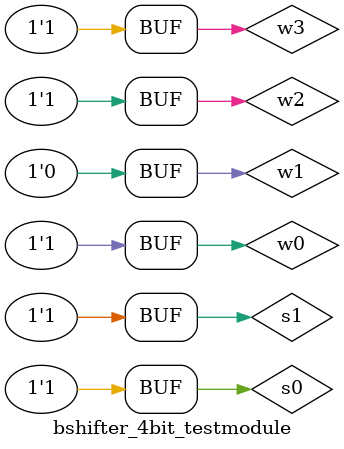
<source format=v>
`include"mux4_1.v"
module bshifter_4bit_testmodule();
reg s1,s0,w3,w2,w1,w0;
wire y3,y2,y1,y0;
bshifter_4bit test(y3,y2,y1,y0,s1,s0,w3,w2,w1,w0);
initial
begin
$dumpfile("bshifter_4bit_test.vcd");
$dumpvars(0,bshifter_4bit_testmodule);
end
initial
begin
s1=0;
s0=0;
w3=1;
w2=1;
w1=0;
w0=1;
#10;

s1=0;
s0=1;
w3=1;
w2=1;
w1=0;
w0=1;
#10;

s1=1;
s0=0;
w3=1;
w2=1;
w1=0;
w0=1;
#10;

s1=1;
s0=1;
w3=1;
w2=1;
w1=0;
w0=1;
#10;


end
endmodule

</source>
